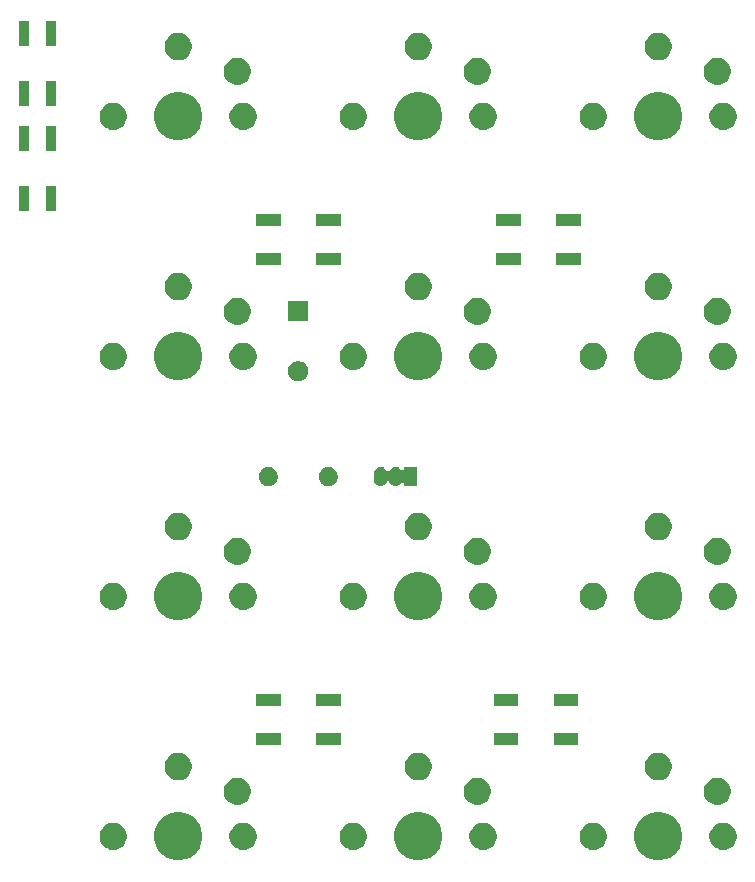
<source format=gts>
G04 #@! TF.GenerationSoftware,KiCad,Pcbnew,(5.1.5)-3*
G04 #@! TF.CreationDate,2020-09-25T18:16:36+09:00*
G04 #@! TF.ProjectId,righthand,72696768-7468-4616-9e64-2e6b69636164,rev?*
G04 #@! TF.SameCoordinates,Original*
G04 #@! TF.FileFunction,Soldermask,Top*
G04 #@! TF.FilePolarity,Negative*
%FSLAX46Y46*%
G04 Gerber Fmt 4.6, Leading zero omitted, Abs format (unit mm)*
G04 Created by KiCad (PCBNEW (5.1.5)-3) date 2020-09-25 18:16:36*
%MOMM*%
%LPD*%
G04 APERTURE LIST*
%ADD10C,0.100000*%
G04 APERTURE END LIST*
D10*
G36*
X182208254Y-95182818D02*
G01*
X182581511Y-95337426D01*
X182581513Y-95337427D01*
X182917436Y-95561884D01*
X183203116Y-95847564D01*
X183427574Y-96183489D01*
X183582182Y-96556746D01*
X183661000Y-96952993D01*
X183661000Y-97357007D01*
X183582182Y-97753254D01*
X183427574Y-98126511D01*
X183427573Y-98126513D01*
X183203116Y-98462436D01*
X182917436Y-98748116D01*
X182581513Y-98972573D01*
X182581512Y-98972574D01*
X182581511Y-98972574D01*
X182208254Y-99127182D01*
X181812007Y-99206000D01*
X181407993Y-99206000D01*
X181011746Y-99127182D01*
X180638489Y-98972574D01*
X180638488Y-98972574D01*
X180638487Y-98972573D01*
X180302564Y-98748116D01*
X180016884Y-98462436D01*
X179792427Y-98126513D01*
X179792426Y-98126511D01*
X179637818Y-97753254D01*
X179559000Y-97357007D01*
X179559000Y-96952993D01*
X179637818Y-96556746D01*
X179792426Y-96183489D01*
X180016884Y-95847564D01*
X180302564Y-95561884D01*
X180638487Y-95337427D01*
X180638489Y-95337426D01*
X181011746Y-95182818D01*
X181407993Y-95104000D01*
X181812007Y-95104000D01*
X182208254Y-95182818D01*
G37*
G36*
X141568254Y-95182818D02*
G01*
X141941511Y-95337426D01*
X141941513Y-95337427D01*
X142277436Y-95561884D01*
X142563116Y-95847564D01*
X142787574Y-96183489D01*
X142942182Y-96556746D01*
X143021000Y-96952993D01*
X143021000Y-97357007D01*
X142942182Y-97753254D01*
X142787574Y-98126511D01*
X142787573Y-98126513D01*
X142563116Y-98462436D01*
X142277436Y-98748116D01*
X141941513Y-98972573D01*
X141941512Y-98972574D01*
X141941511Y-98972574D01*
X141568254Y-99127182D01*
X141172007Y-99206000D01*
X140767993Y-99206000D01*
X140371746Y-99127182D01*
X139998489Y-98972574D01*
X139998488Y-98972574D01*
X139998487Y-98972573D01*
X139662564Y-98748116D01*
X139376884Y-98462436D01*
X139152427Y-98126513D01*
X139152426Y-98126511D01*
X138997818Y-97753254D01*
X138919000Y-97357007D01*
X138919000Y-96952993D01*
X138997818Y-96556746D01*
X139152426Y-96183489D01*
X139376884Y-95847564D01*
X139662564Y-95561884D01*
X139998487Y-95337427D01*
X139998489Y-95337426D01*
X140371746Y-95182818D01*
X140767993Y-95104000D01*
X141172007Y-95104000D01*
X141568254Y-95182818D01*
G37*
G36*
X161888254Y-95182818D02*
G01*
X162261511Y-95337426D01*
X162261513Y-95337427D01*
X162597436Y-95561884D01*
X162883116Y-95847564D01*
X163107574Y-96183489D01*
X163262182Y-96556746D01*
X163341000Y-96952993D01*
X163341000Y-97357007D01*
X163262182Y-97753254D01*
X163107574Y-98126511D01*
X163107573Y-98126513D01*
X162883116Y-98462436D01*
X162597436Y-98748116D01*
X162261513Y-98972573D01*
X162261512Y-98972574D01*
X162261511Y-98972574D01*
X161888254Y-99127182D01*
X161492007Y-99206000D01*
X161087993Y-99206000D01*
X160691746Y-99127182D01*
X160318489Y-98972574D01*
X160318488Y-98972574D01*
X160318487Y-98972573D01*
X159982564Y-98748116D01*
X159696884Y-98462436D01*
X159472427Y-98126513D01*
X159472426Y-98126511D01*
X159317818Y-97753254D01*
X159239000Y-97357007D01*
X159239000Y-96952993D01*
X159317818Y-96556746D01*
X159472426Y-96183489D01*
X159696884Y-95847564D01*
X159982564Y-95561884D01*
X160318487Y-95337427D01*
X160318489Y-95337426D01*
X160691746Y-95182818D01*
X161087993Y-95104000D01*
X161492007Y-95104000D01*
X161888254Y-95182818D01*
G37*
G36*
X156014549Y-96026116D02*
G01*
X156125734Y-96048232D01*
X156335203Y-96134997D01*
X156523720Y-96260960D01*
X156684040Y-96421280D01*
X156810003Y-96609797D01*
X156896768Y-96819266D01*
X156941000Y-97041636D01*
X156941000Y-97268364D01*
X156896768Y-97490734D01*
X156810003Y-97700203D01*
X156684040Y-97888720D01*
X156523720Y-98049040D01*
X156335203Y-98175003D01*
X156125734Y-98261768D01*
X156014549Y-98283884D01*
X155903365Y-98306000D01*
X155676635Y-98306000D01*
X155565451Y-98283884D01*
X155454266Y-98261768D01*
X155244797Y-98175003D01*
X155056280Y-98049040D01*
X154895960Y-97888720D01*
X154769997Y-97700203D01*
X154683232Y-97490734D01*
X154639000Y-97268364D01*
X154639000Y-97041636D01*
X154683232Y-96819266D01*
X154769997Y-96609797D01*
X154895960Y-96421280D01*
X155056280Y-96260960D01*
X155244797Y-96134997D01*
X155454266Y-96048232D01*
X155565451Y-96026116D01*
X155676635Y-96004000D01*
X155903365Y-96004000D01*
X156014549Y-96026116D01*
G37*
G36*
X176334549Y-96026116D02*
G01*
X176445734Y-96048232D01*
X176655203Y-96134997D01*
X176843720Y-96260960D01*
X177004040Y-96421280D01*
X177130003Y-96609797D01*
X177216768Y-96819266D01*
X177261000Y-97041636D01*
X177261000Y-97268364D01*
X177216768Y-97490734D01*
X177130003Y-97700203D01*
X177004040Y-97888720D01*
X176843720Y-98049040D01*
X176655203Y-98175003D01*
X176445734Y-98261768D01*
X176334549Y-98283884D01*
X176223365Y-98306000D01*
X175996635Y-98306000D01*
X175885451Y-98283884D01*
X175774266Y-98261768D01*
X175564797Y-98175003D01*
X175376280Y-98049040D01*
X175215960Y-97888720D01*
X175089997Y-97700203D01*
X175003232Y-97490734D01*
X174959000Y-97268364D01*
X174959000Y-97041636D01*
X175003232Y-96819266D01*
X175089997Y-96609797D01*
X175215960Y-96421280D01*
X175376280Y-96260960D01*
X175564797Y-96134997D01*
X175774266Y-96048232D01*
X175885451Y-96026116D01*
X175996635Y-96004000D01*
X176223365Y-96004000D01*
X176334549Y-96026116D01*
G37*
G36*
X146694549Y-96026116D02*
G01*
X146805734Y-96048232D01*
X147015203Y-96134997D01*
X147203720Y-96260960D01*
X147364040Y-96421280D01*
X147490003Y-96609797D01*
X147576768Y-96819266D01*
X147621000Y-97041636D01*
X147621000Y-97268364D01*
X147576768Y-97490734D01*
X147490003Y-97700203D01*
X147364040Y-97888720D01*
X147203720Y-98049040D01*
X147015203Y-98175003D01*
X146805734Y-98261768D01*
X146694549Y-98283884D01*
X146583365Y-98306000D01*
X146356635Y-98306000D01*
X146245451Y-98283884D01*
X146134266Y-98261768D01*
X145924797Y-98175003D01*
X145736280Y-98049040D01*
X145575960Y-97888720D01*
X145449997Y-97700203D01*
X145363232Y-97490734D01*
X145319000Y-97268364D01*
X145319000Y-97041636D01*
X145363232Y-96819266D01*
X145449997Y-96609797D01*
X145575960Y-96421280D01*
X145736280Y-96260960D01*
X145924797Y-96134997D01*
X146134266Y-96048232D01*
X146245451Y-96026116D01*
X146356635Y-96004000D01*
X146583365Y-96004000D01*
X146694549Y-96026116D01*
G37*
G36*
X135694549Y-96026116D02*
G01*
X135805734Y-96048232D01*
X136015203Y-96134997D01*
X136203720Y-96260960D01*
X136364040Y-96421280D01*
X136490003Y-96609797D01*
X136576768Y-96819266D01*
X136621000Y-97041636D01*
X136621000Y-97268364D01*
X136576768Y-97490734D01*
X136490003Y-97700203D01*
X136364040Y-97888720D01*
X136203720Y-98049040D01*
X136015203Y-98175003D01*
X135805734Y-98261768D01*
X135694549Y-98283884D01*
X135583365Y-98306000D01*
X135356635Y-98306000D01*
X135245451Y-98283884D01*
X135134266Y-98261768D01*
X134924797Y-98175003D01*
X134736280Y-98049040D01*
X134575960Y-97888720D01*
X134449997Y-97700203D01*
X134363232Y-97490734D01*
X134319000Y-97268364D01*
X134319000Y-97041636D01*
X134363232Y-96819266D01*
X134449997Y-96609797D01*
X134575960Y-96421280D01*
X134736280Y-96260960D01*
X134924797Y-96134997D01*
X135134266Y-96048232D01*
X135245451Y-96026116D01*
X135356635Y-96004000D01*
X135583365Y-96004000D01*
X135694549Y-96026116D01*
G37*
G36*
X167014549Y-96026116D02*
G01*
X167125734Y-96048232D01*
X167335203Y-96134997D01*
X167523720Y-96260960D01*
X167684040Y-96421280D01*
X167810003Y-96609797D01*
X167896768Y-96819266D01*
X167941000Y-97041636D01*
X167941000Y-97268364D01*
X167896768Y-97490734D01*
X167810003Y-97700203D01*
X167684040Y-97888720D01*
X167523720Y-98049040D01*
X167335203Y-98175003D01*
X167125734Y-98261768D01*
X167014549Y-98283884D01*
X166903365Y-98306000D01*
X166676635Y-98306000D01*
X166565451Y-98283884D01*
X166454266Y-98261768D01*
X166244797Y-98175003D01*
X166056280Y-98049040D01*
X165895960Y-97888720D01*
X165769997Y-97700203D01*
X165683232Y-97490734D01*
X165639000Y-97268364D01*
X165639000Y-97041636D01*
X165683232Y-96819266D01*
X165769997Y-96609797D01*
X165895960Y-96421280D01*
X166056280Y-96260960D01*
X166244797Y-96134997D01*
X166454266Y-96048232D01*
X166565451Y-96026116D01*
X166676635Y-96004000D01*
X166903365Y-96004000D01*
X167014549Y-96026116D01*
G37*
G36*
X187334549Y-96026116D02*
G01*
X187445734Y-96048232D01*
X187655203Y-96134997D01*
X187843720Y-96260960D01*
X188004040Y-96421280D01*
X188130003Y-96609797D01*
X188216768Y-96819266D01*
X188261000Y-97041636D01*
X188261000Y-97268364D01*
X188216768Y-97490734D01*
X188130003Y-97700203D01*
X188004040Y-97888720D01*
X187843720Y-98049040D01*
X187655203Y-98175003D01*
X187445734Y-98261768D01*
X187334549Y-98283884D01*
X187223365Y-98306000D01*
X186996635Y-98306000D01*
X186885451Y-98283884D01*
X186774266Y-98261768D01*
X186564797Y-98175003D01*
X186376280Y-98049040D01*
X186215960Y-97888720D01*
X186089997Y-97700203D01*
X186003232Y-97490734D01*
X185959000Y-97268364D01*
X185959000Y-97041636D01*
X186003232Y-96819266D01*
X186089997Y-96609797D01*
X186215960Y-96421280D01*
X186376280Y-96260960D01*
X186564797Y-96134997D01*
X186774266Y-96048232D01*
X186885451Y-96026116D01*
X186996635Y-96004000D01*
X187223365Y-96004000D01*
X187334549Y-96026116D01*
G37*
G36*
X186834549Y-92226116D02*
G01*
X186945734Y-92248232D01*
X187155203Y-92334997D01*
X187343720Y-92460960D01*
X187504040Y-92621280D01*
X187630003Y-92809797D01*
X187716768Y-93019266D01*
X187761000Y-93241636D01*
X187761000Y-93468364D01*
X187716768Y-93690734D01*
X187630003Y-93900203D01*
X187504040Y-94088720D01*
X187343720Y-94249040D01*
X187155203Y-94375003D01*
X186945734Y-94461768D01*
X186834549Y-94483884D01*
X186723365Y-94506000D01*
X186496635Y-94506000D01*
X186385451Y-94483884D01*
X186274266Y-94461768D01*
X186064797Y-94375003D01*
X185876280Y-94249040D01*
X185715960Y-94088720D01*
X185589997Y-93900203D01*
X185503232Y-93690734D01*
X185459000Y-93468364D01*
X185459000Y-93241636D01*
X185503232Y-93019266D01*
X185589997Y-92809797D01*
X185715960Y-92621280D01*
X185876280Y-92460960D01*
X186064797Y-92334997D01*
X186274266Y-92248232D01*
X186385451Y-92226116D01*
X186496635Y-92204000D01*
X186723365Y-92204000D01*
X186834549Y-92226116D01*
G37*
G36*
X166514549Y-92226116D02*
G01*
X166625734Y-92248232D01*
X166835203Y-92334997D01*
X167023720Y-92460960D01*
X167184040Y-92621280D01*
X167310003Y-92809797D01*
X167396768Y-93019266D01*
X167441000Y-93241636D01*
X167441000Y-93468364D01*
X167396768Y-93690734D01*
X167310003Y-93900203D01*
X167184040Y-94088720D01*
X167023720Y-94249040D01*
X166835203Y-94375003D01*
X166625734Y-94461768D01*
X166514549Y-94483884D01*
X166403365Y-94506000D01*
X166176635Y-94506000D01*
X166065451Y-94483884D01*
X165954266Y-94461768D01*
X165744797Y-94375003D01*
X165556280Y-94249040D01*
X165395960Y-94088720D01*
X165269997Y-93900203D01*
X165183232Y-93690734D01*
X165139000Y-93468364D01*
X165139000Y-93241636D01*
X165183232Y-93019266D01*
X165269997Y-92809797D01*
X165395960Y-92621280D01*
X165556280Y-92460960D01*
X165744797Y-92334997D01*
X165954266Y-92248232D01*
X166065451Y-92226116D01*
X166176635Y-92204000D01*
X166403365Y-92204000D01*
X166514549Y-92226116D01*
G37*
G36*
X146194549Y-92226116D02*
G01*
X146305734Y-92248232D01*
X146515203Y-92334997D01*
X146703720Y-92460960D01*
X146864040Y-92621280D01*
X146990003Y-92809797D01*
X147076768Y-93019266D01*
X147121000Y-93241636D01*
X147121000Y-93468364D01*
X147076768Y-93690734D01*
X146990003Y-93900203D01*
X146864040Y-94088720D01*
X146703720Y-94249040D01*
X146515203Y-94375003D01*
X146305734Y-94461768D01*
X146194549Y-94483884D01*
X146083365Y-94506000D01*
X145856635Y-94506000D01*
X145745451Y-94483884D01*
X145634266Y-94461768D01*
X145424797Y-94375003D01*
X145236280Y-94249040D01*
X145075960Y-94088720D01*
X144949997Y-93900203D01*
X144863232Y-93690734D01*
X144819000Y-93468364D01*
X144819000Y-93241636D01*
X144863232Y-93019266D01*
X144949997Y-92809797D01*
X145075960Y-92621280D01*
X145236280Y-92460960D01*
X145424797Y-92334997D01*
X145634266Y-92248232D01*
X145745451Y-92226116D01*
X145856635Y-92204000D01*
X146083365Y-92204000D01*
X146194549Y-92226116D01*
G37*
G36*
X181834549Y-90126116D02*
G01*
X181945734Y-90148232D01*
X182155203Y-90234997D01*
X182343720Y-90360960D01*
X182504040Y-90521280D01*
X182630003Y-90709797D01*
X182716768Y-90919266D01*
X182761000Y-91141636D01*
X182761000Y-91368364D01*
X182716768Y-91590734D01*
X182630003Y-91800203D01*
X182504040Y-91988720D01*
X182343720Y-92149040D01*
X182155203Y-92275003D01*
X181945734Y-92361768D01*
X181834549Y-92383884D01*
X181723365Y-92406000D01*
X181496635Y-92406000D01*
X181385451Y-92383884D01*
X181274266Y-92361768D01*
X181064797Y-92275003D01*
X180876280Y-92149040D01*
X180715960Y-91988720D01*
X180589997Y-91800203D01*
X180503232Y-91590734D01*
X180459000Y-91368364D01*
X180459000Y-91141636D01*
X180503232Y-90919266D01*
X180589997Y-90709797D01*
X180715960Y-90521280D01*
X180876280Y-90360960D01*
X181064797Y-90234997D01*
X181274266Y-90148232D01*
X181385451Y-90126116D01*
X181496635Y-90104000D01*
X181723365Y-90104000D01*
X181834549Y-90126116D01*
G37*
G36*
X161514549Y-90126116D02*
G01*
X161625734Y-90148232D01*
X161835203Y-90234997D01*
X162023720Y-90360960D01*
X162184040Y-90521280D01*
X162310003Y-90709797D01*
X162396768Y-90919266D01*
X162441000Y-91141636D01*
X162441000Y-91368364D01*
X162396768Y-91590734D01*
X162310003Y-91800203D01*
X162184040Y-91988720D01*
X162023720Y-92149040D01*
X161835203Y-92275003D01*
X161625734Y-92361768D01*
X161514549Y-92383884D01*
X161403365Y-92406000D01*
X161176635Y-92406000D01*
X161065451Y-92383884D01*
X160954266Y-92361768D01*
X160744797Y-92275003D01*
X160556280Y-92149040D01*
X160395960Y-91988720D01*
X160269997Y-91800203D01*
X160183232Y-91590734D01*
X160139000Y-91368364D01*
X160139000Y-91141636D01*
X160183232Y-90919266D01*
X160269997Y-90709797D01*
X160395960Y-90521280D01*
X160556280Y-90360960D01*
X160744797Y-90234997D01*
X160954266Y-90148232D01*
X161065451Y-90126116D01*
X161176635Y-90104000D01*
X161403365Y-90104000D01*
X161514549Y-90126116D01*
G37*
G36*
X141194549Y-90126116D02*
G01*
X141305734Y-90148232D01*
X141515203Y-90234997D01*
X141703720Y-90360960D01*
X141864040Y-90521280D01*
X141990003Y-90709797D01*
X142076768Y-90919266D01*
X142121000Y-91141636D01*
X142121000Y-91368364D01*
X142076768Y-91590734D01*
X141990003Y-91800203D01*
X141864040Y-91988720D01*
X141703720Y-92149040D01*
X141515203Y-92275003D01*
X141305734Y-92361768D01*
X141194549Y-92383884D01*
X141083365Y-92406000D01*
X140856635Y-92406000D01*
X140745451Y-92383884D01*
X140634266Y-92361768D01*
X140424797Y-92275003D01*
X140236280Y-92149040D01*
X140075960Y-91988720D01*
X139949997Y-91800203D01*
X139863232Y-91590734D01*
X139819000Y-91368364D01*
X139819000Y-91141636D01*
X139863232Y-90919266D01*
X139949997Y-90709797D01*
X140075960Y-90521280D01*
X140236280Y-90360960D01*
X140424797Y-90234997D01*
X140634266Y-90148232D01*
X140745451Y-90126116D01*
X140856635Y-90104000D01*
X141083365Y-90104000D01*
X141194549Y-90126116D01*
G37*
G36*
X149641000Y-89401000D02*
G01*
X147539000Y-89401000D01*
X147539000Y-88399000D01*
X149641000Y-88399000D01*
X149641000Y-89401000D01*
G37*
G36*
X154721000Y-89401000D02*
G01*
X152619000Y-89401000D01*
X152619000Y-88399000D01*
X154721000Y-88399000D01*
X154721000Y-89401000D01*
G37*
G36*
X174856000Y-89401000D02*
G01*
X172754000Y-89401000D01*
X172754000Y-88399000D01*
X174856000Y-88399000D01*
X174856000Y-89401000D01*
G37*
G36*
X169776000Y-89401000D02*
G01*
X167674000Y-89401000D01*
X167674000Y-88399000D01*
X169776000Y-88399000D01*
X169776000Y-89401000D01*
G37*
G36*
X154721000Y-86099000D02*
G01*
X152619000Y-86099000D01*
X152619000Y-85097000D01*
X154721000Y-85097000D01*
X154721000Y-86099000D01*
G37*
G36*
X149641000Y-86099000D02*
G01*
X147539000Y-86099000D01*
X147539000Y-85097000D01*
X149641000Y-85097000D01*
X149641000Y-86099000D01*
G37*
G36*
X174856000Y-86099000D02*
G01*
X172754000Y-86099000D01*
X172754000Y-85097000D01*
X174856000Y-85097000D01*
X174856000Y-86099000D01*
G37*
G36*
X169776000Y-86099000D02*
G01*
X167674000Y-86099000D01*
X167674000Y-85097000D01*
X169776000Y-85097000D01*
X169776000Y-86099000D01*
G37*
G36*
X141568254Y-74862818D02*
G01*
X141941511Y-75017426D01*
X141941513Y-75017427D01*
X142277436Y-75241884D01*
X142563116Y-75527564D01*
X142787574Y-75863489D01*
X142942182Y-76236746D01*
X143021000Y-76632993D01*
X143021000Y-77037007D01*
X142942182Y-77433254D01*
X142787574Y-77806511D01*
X142787573Y-77806513D01*
X142563116Y-78142436D01*
X142277436Y-78428116D01*
X141941513Y-78652573D01*
X141941512Y-78652574D01*
X141941511Y-78652574D01*
X141568254Y-78807182D01*
X141172007Y-78886000D01*
X140767993Y-78886000D01*
X140371746Y-78807182D01*
X139998489Y-78652574D01*
X139998488Y-78652574D01*
X139998487Y-78652573D01*
X139662564Y-78428116D01*
X139376884Y-78142436D01*
X139152427Y-77806513D01*
X139152426Y-77806511D01*
X138997818Y-77433254D01*
X138919000Y-77037007D01*
X138919000Y-76632993D01*
X138997818Y-76236746D01*
X139152426Y-75863489D01*
X139376884Y-75527564D01*
X139662564Y-75241884D01*
X139998487Y-75017427D01*
X139998489Y-75017426D01*
X140371746Y-74862818D01*
X140767993Y-74784000D01*
X141172007Y-74784000D01*
X141568254Y-74862818D01*
G37*
G36*
X161888254Y-74862818D02*
G01*
X162261511Y-75017426D01*
X162261513Y-75017427D01*
X162597436Y-75241884D01*
X162883116Y-75527564D01*
X163107574Y-75863489D01*
X163262182Y-76236746D01*
X163341000Y-76632993D01*
X163341000Y-77037007D01*
X163262182Y-77433254D01*
X163107574Y-77806511D01*
X163107573Y-77806513D01*
X162883116Y-78142436D01*
X162597436Y-78428116D01*
X162261513Y-78652573D01*
X162261512Y-78652574D01*
X162261511Y-78652574D01*
X161888254Y-78807182D01*
X161492007Y-78886000D01*
X161087993Y-78886000D01*
X160691746Y-78807182D01*
X160318489Y-78652574D01*
X160318488Y-78652574D01*
X160318487Y-78652573D01*
X159982564Y-78428116D01*
X159696884Y-78142436D01*
X159472427Y-77806513D01*
X159472426Y-77806511D01*
X159317818Y-77433254D01*
X159239000Y-77037007D01*
X159239000Y-76632993D01*
X159317818Y-76236746D01*
X159472426Y-75863489D01*
X159696884Y-75527564D01*
X159982564Y-75241884D01*
X160318487Y-75017427D01*
X160318489Y-75017426D01*
X160691746Y-74862818D01*
X161087993Y-74784000D01*
X161492007Y-74784000D01*
X161888254Y-74862818D01*
G37*
G36*
X182208254Y-74862818D02*
G01*
X182581511Y-75017426D01*
X182581513Y-75017427D01*
X182917436Y-75241884D01*
X183203116Y-75527564D01*
X183427574Y-75863489D01*
X183582182Y-76236746D01*
X183661000Y-76632993D01*
X183661000Y-77037007D01*
X183582182Y-77433254D01*
X183427574Y-77806511D01*
X183427573Y-77806513D01*
X183203116Y-78142436D01*
X182917436Y-78428116D01*
X182581513Y-78652573D01*
X182581512Y-78652574D01*
X182581511Y-78652574D01*
X182208254Y-78807182D01*
X181812007Y-78886000D01*
X181407993Y-78886000D01*
X181011746Y-78807182D01*
X180638489Y-78652574D01*
X180638488Y-78652574D01*
X180638487Y-78652573D01*
X180302564Y-78428116D01*
X180016884Y-78142436D01*
X179792427Y-77806513D01*
X179792426Y-77806511D01*
X179637818Y-77433254D01*
X179559000Y-77037007D01*
X179559000Y-76632993D01*
X179637818Y-76236746D01*
X179792426Y-75863489D01*
X180016884Y-75527564D01*
X180302564Y-75241884D01*
X180638487Y-75017427D01*
X180638489Y-75017426D01*
X181011746Y-74862818D01*
X181407993Y-74784000D01*
X181812007Y-74784000D01*
X182208254Y-74862818D01*
G37*
G36*
X135694549Y-75706116D02*
G01*
X135805734Y-75728232D01*
X136015203Y-75814997D01*
X136203720Y-75940960D01*
X136364040Y-76101280D01*
X136490003Y-76289797D01*
X136576768Y-76499266D01*
X136621000Y-76721636D01*
X136621000Y-76948364D01*
X136576768Y-77170734D01*
X136490003Y-77380203D01*
X136364040Y-77568720D01*
X136203720Y-77729040D01*
X136015203Y-77855003D01*
X135805734Y-77941768D01*
X135694549Y-77963884D01*
X135583365Y-77986000D01*
X135356635Y-77986000D01*
X135245451Y-77963884D01*
X135134266Y-77941768D01*
X134924797Y-77855003D01*
X134736280Y-77729040D01*
X134575960Y-77568720D01*
X134449997Y-77380203D01*
X134363232Y-77170734D01*
X134319000Y-76948364D01*
X134319000Y-76721636D01*
X134363232Y-76499266D01*
X134449997Y-76289797D01*
X134575960Y-76101280D01*
X134736280Y-75940960D01*
X134924797Y-75814997D01*
X135134266Y-75728232D01*
X135245451Y-75706116D01*
X135356635Y-75684000D01*
X135583365Y-75684000D01*
X135694549Y-75706116D01*
G37*
G36*
X156014549Y-75706116D02*
G01*
X156125734Y-75728232D01*
X156335203Y-75814997D01*
X156523720Y-75940960D01*
X156684040Y-76101280D01*
X156810003Y-76289797D01*
X156896768Y-76499266D01*
X156941000Y-76721636D01*
X156941000Y-76948364D01*
X156896768Y-77170734D01*
X156810003Y-77380203D01*
X156684040Y-77568720D01*
X156523720Y-77729040D01*
X156335203Y-77855003D01*
X156125734Y-77941768D01*
X156014549Y-77963884D01*
X155903365Y-77986000D01*
X155676635Y-77986000D01*
X155565451Y-77963884D01*
X155454266Y-77941768D01*
X155244797Y-77855003D01*
X155056280Y-77729040D01*
X154895960Y-77568720D01*
X154769997Y-77380203D01*
X154683232Y-77170734D01*
X154639000Y-76948364D01*
X154639000Y-76721636D01*
X154683232Y-76499266D01*
X154769997Y-76289797D01*
X154895960Y-76101280D01*
X155056280Y-75940960D01*
X155244797Y-75814997D01*
X155454266Y-75728232D01*
X155565451Y-75706116D01*
X155676635Y-75684000D01*
X155903365Y-75684000D01*
X156014549Y-75706116D01*
G37*
G36*
X146694549Y-75706116D02*
G01*
X146805734Y-75728232D01*
X147015203Y-75814997D01*
X147203720Y-75940960D01*
X147364040Y-76101280D01*
X147490003Y-76289797D01*
X147576768Y-76499266D01*
X147621000Y-76721636D01*
X147621000Y-76948364D01*
X147576768Y-77170734D01*
X147490003Y-77380203D01*
X147364040Y-77568720D01*
X147203720Y-77729040D01*
X147015203Y-77855003D01*
X146805734Y-77941768D01*
X146694549Y-77963884D01*
X146583365Y-77986000D01*
X146356635Y-77986000D01*
X146245451Y-77963884D01*
X146134266Y-77941768D01*
X145924797Y-77855003D01*
X145736280Y-77729040D01*
X145575960Y-77568720D01*
X145449997Y-77380203D01*
X145363232Y-77170734D01*
X145319000Y-76948364D01*
X145319000Y-76721636D01*
X145363232Y-76499266D01*
X145449997Y-76289797D01*
X145575960Y-76101280D01*
X145736280Y-75940960D01*
X145924797Y-75814997D01*
X146134266Y-75728232D01*
X146245451Y-75706116D01*
X146356635Y-75684000D01*
X146583365Y-75684000D01*
X146694549Y-75706116D01*
G37*
G36*
X167014549Y-75706116D02*
G01*
X167125734Y-75728232D01*
X167335203Y-75814997D01*
X167523720Y-75940960D01*
X167684040Y-76101280D01*
X167810003Y-76289797D01*
X167896768Y-76499266D01*
X167941000Y-76721636D01*
X167941000Y-76948364D01*
X167896768Y-77170734D01*
X167810003Y-77380203D01*
X167684040Y-77568720D01*
X167523720Y-77729040D01*
X167335203Y-77855003D01*
X167125734Y-77941768D01*
X167014549Y-77963884D01*
X166903365Y-77986000D01*
X166676635Y-77986000D01*
X166565451Y-77963884D01*
X166454266Y-77941768D01*
X166244797Y-77855003D01*
X166056280Y-77729040D01*
X165895960Y-77568720D01*
X165769997Y-77380203D01*
X165683232Y-77170734D01*
X165639000Y-76948364D01*
X165639000Y-76721636D01*
X165683232Y-76499266D01*
X165769997Y-76289797D01*
X165895960Y-76101280D01*
X166056280Y-75940960D01*
X166244797Y-75814997D01*
X166454266Y-75728232D01*
X166565451Y-75706116D01*
X166676635Y-75684000D01*
X166903365Y-75684000D01*
X167014549Y-75706116D01*
G37*
G36*
X176334549Y-75706116D02*
G01*
X176445734Y-75728232D01*
X176655203Y-75814997D01*
X176843720Y-75940960D01*
X177004040Y-76101280D01*
X177130003Y-76289797D01*
X177216768Y-76499266D01*
X177261000Y-76721636D01*
X177261000Y-76948364D01*
X177216768Y-77170734D01*
X177130003Y-77380203D01*
X177004040Y-77568720D01*
X176843720Y-77729040D01*
X176655203Y-77855003D01*
X176445734Y-77941768D01*
X176334549Y-77963884D01*
X176223365Y-77986000D01*
X175996635Y-77986000D01*
X175885451Y-77963884D01*
X175774266Y-77941768D01*
X175564797Y-77855003D01*
X175376280Y-77729040D01*
X175215960Y-77568720D01*
X175089997Y-77380203D01*
X175003232Y-77170734D01*
X174959000Y-76948364D01*
X174959000Y-76721636D01*
X175003232Y-76499266D01*
X175089997Y-76289797D01*
X175215960Y-76101280D01*
X175376280Y-75940960D01*
X175564797Y-75814997D01*
X175774266Y-75728232D01*
X175885451Y-75706116D01*
X175996635Y-75684000D01*
X176223365Y-75684000D01*
X176334549Y-75706116D01*
G37*
G36*
X187334549Y-75706116D02*
G01*
X187445734Y-75728232D01*
X187655203Y-75814997D01*
X187843720Y-75940960D01*
X188004040Y-76101280D01*
X188130003Y-76289797D01*
X188216768Y-76499266D01*
X188261000Y-76721636D01*
X188261000Y-76948364D01*
X188216768Y-77170734D01*
X188130003Y-77380203D01*
X188004040Y-77568720D01*
X187843720Y-77729040D01*
X187655203Y-77855003D01*
X187445734Y-77941768D01*
X187334549Y-77963884D01*
X187223365Y-77986000D01*
X186996635Y-77986000D01*
X186885451Y-77963884D01*
X186774266Y-77941768D01*
X186564797Y-77855003D01*
X186376280Y-77729040D01*
X186215960Y-77568720D01*
X186089997Y-77380203D01*
X186003232Y-77170734D01*
X185959000Y-76948364D01*
X185959000Y-76721636D01*
X186003232Y-76499266D01*
X186089997Y-76289797D01*
X186215960Y-76101280D01*
X186376280Y-75940960D01*
X186564797Y-75814997D01*
X186774266Y-75728232D01*
X186885451Y-75706116D01*
X186996635Y-75684000D01*
X187223365Y-75684000D01*
X187334549Y-75706116D01*
G37*
G36*
X166514549Y-71906116D02*
G01*
X166625734Y-71928232D01*
X166835203Y-72014997D01*
X167023720Y-72140960D01*
X167184040Y-72301280D01*
X167310003Y-72489797D01*
X167396768Y-72699266D01*
X167441000Y-72921636D01*
X167441000Y-73148364D01*
X167396768Y-73370734D01*
X167310003Y-73580203D01*
X167184040Y-73768720D01*
X167023720Y-73929040D01*
X166835203Y-74055003D01*
X166625734Y-74141768D01*
X166514549Y-74163884D01*
X166403365Y-74186000D01*
X166176635Y-74186000D01*
X166065451Y-74163884D01*
X165954266Y-74141768D01*
X165744797Y-74055003D01*
X165556280Y-73929040D01*
X165395960Y-73768720D01*
X165269997Y-73580203D01*
X165183232Y-73370734D01*
X165139000Y-73148364D01*
X165139000Y-72921636D01*
X165183232Y-72699266D01*
X165269997Y-72489797D01*
X165395960Y-72301280D01*
X165556280Y-72140960D01*
X165744797Y-72014997D01*
X165954266Y-71928232D01*
X166065451Y-71906116D01*
X166176635Y-71884000D01*
X166403365Y-71884000D01*
X166514549Y-71906116D01*
G37*
G36*
X186834549Y-71906116D02*
G01*
X186945734Y-71928232D01*
X187155203Y-72014997D01*
X187343720Y-72140960D01*
X187504040Y-72301280D01*
X187630003Y-72489797D01*
X187716768Y-72699266D01*
X187761000Y-72921636D01*
X187761000Y-73148364D01*
X187716768Y-73370734D01*
X187630003Y-73580203D01*
X187504040Y-73768720D01*
X187343720Y-73929040D01*
X187155203Y-74055003D01*
X186945734Y-74141768D01*
X186834549Y-74163884D01*
X186723365Y-74186000D01*
X186496635Y-74186000D01*
X186385451Y-74163884D01*
X186274266Y-74141768D01*
X186064797Y-74055003D01*
X185876280Y-73929040D01*
X185715960Y-73768720D01*
X185589997Y-73580203D01*
X185503232Y-73370734D01*
X185459000Y-73148364D01*
X185459000Y-72921636D01*
X185503232Y-72699266D01*
X185589997Y-72489797D01*
X185715960Y-72301280D01*
X185876280Y-72140960D01*
X186064797Y-72014997D01*
X186274266Y-71928232D01*
X186385451Y-71906116D01*
X186496635Y-71884000D01*
X186723365Y-71884000D01*
X186834549Y-71906116D01*
G37*
G36*
X146194549Y-71906116D02*
G01*
X146305734Y-71928232D01*
X146515203Y-72014997D01*
X146703720Y-72140960D01*
X146864040Y-72301280D01*
X146990003Y-72489797D01*
X147076768Y-72699266D01*
X147121000Y-72921636D01*
X147121000Y-73148364D01*
X147076768Y-73370734D01*
X146990003Y-73580203D01*
X146864040Y-73768720D01*
X146703720Y-73929040D01*
X146515203Y-74055003D01*
X146305734Y-74141768D01*
X146194549Y-74163884D01*
X146083365Y-74186000D01*
X145856635Y-74186000D01*
X145745451Y-74163884D01*
X145634266Y-74141768D01*
X145424797Y-74055003D01*
X145236280Y-73929040D01*
X145075960Y-73768720D01*
X144949997Y-73580203D01*
X144863232Y-73370734D01*
X144819000Y-73148364D01*
X144819000Y-72921636D01*
X144863232Y-72699266D01*
X144949997Y-72489797D01*
X145075960Y-72301280D01*
X145236280Y-72140960D01*
X145424797Y-72014997D01*
X145634266Y-71928232D01*
X145745451Y-71906116D01*
X145856635Y-71884000D01*
X146083365Y-71884000D01*
X146194549Y-71906116D01*
G37*
G36*
X181834549Y-69806116D02*
G01*
X181945734Y-69828232D01*
X182155203Y-69914997D01*
X182343720Y-70040960D01*
X182504040Y-70201280D01*
X182630003Y-70389797D01*
X182716768Y-70599266D01*
X182761000Y-70821636D01*
X182761000Y-71048364D01*
X182716768Y-71270734D01*
X182630003Y-71480203D01*
X182504040Y-71668720D01*
X182343720Y-71829040D01*
X182155203Y-71955003D01*
X181945734Y-72041768D01*
X181834549Y-72063884D01*
X181723365Y-72086000D01*
X181496635Y-72086000D01*
X181385451Y-72063884D01*
X181274266Y-72041768D01*
X181064797Y-71955003D01*
X180876280Y-71829040D01*
X180715960Y-71668720D01*
X180589997Y-71480203D01*
X180503232Y-71270734D01*
X180459000Y-71048364D01*
X180459000Y-70821636D01*
X180503232Y-70599266D01*
X180589997Y-70389797D01*
X180715960Y-70201280D01*
X180876280Y-70040960D01*
X181064797Y-69914997D01*
X181274266Y-69828232D01*
X181385451Y-69806116D01*
X181496635Y-69784000D01*
X181723365Y-69784000D01*
X181834549Y-69806116D01*
G37*
G36*
X161514549Y-69806116D02*
G01*
X161625734Y-69828232D01*
X161835203Y-69914997D01*
X162023720Y-70040960D01*
X162184040Y-70201280D01*
X162310003Y-70389797D01*
X162396768Y-70599266D01*
X162441000Y-70821636D01*
X162441000Y-71048364D01*
X162396768Y-71270734D01*
X162310003Y-71480203D01*
X162184040Y-71668720D01*
X162023720Y-71829040D01*
X161835203Y-71955003D01*
X161625734Y-72041768D01*
X161514549Y-72063884D01*
X161403365Y-72086000D01*
X161176635Y-72086000D01*
X161065451Y-72063884D01*
X160954266Y-72041768D01*
X160744797Y-71955003D01*
X160556280Y-71829040D01*
X160395960Y-71668720D01*
X160269997Y-71480203D01*
X160183232Y-71270734D01*
X160139000Y-71048364D01*
X160139000Y-70821636D01*
X160183232Y-70599266D01*
X160269997Y-70389797D01*
X160395960Y-70201280D01*
X160556280Y-70040960D01*
X160744797Y-69914997D01*
X160954266Y-69828232D01*
X161065451Y-69806116D01*
X161176635Y-69784000D01*
X161403365Y-69784000D01*
X161514549Y-69806116D01*
G37*
G36*
X141194549Y-69806116D02*
G01*
X141305734Y-69828232D01*
X141515203Y-69914997D01*
X141703720Y-70040960D01*
X141864040Y-70201280D01*
X141990003Y-70389797D01*
X142076768Y-70599266D01*
X142121000Y-70821636D01*
X142121000Y-71048364D01*
X142076768Y-71270734D01*
X141990003Y-71480203D01*
X141864040Y-71668720D01*
X141703720Y-71829040D01*
X141515203Y-71955003D01*
X141305734Y-72041768D01*
X141194549Y-72063884D01*
X141083365Y-72086000D01*
X140856635Y-72086000D01*
X140745451Y-72063884D01*
X140634266Y-72041768D01*
X140424797Y-71955003D01*
X140236280Y-71829040D01*
X140075960Y-71668720D01*
X139949997Y-71480203D01*
X139863232Y-71270734D01*
X139819000Y-71048364D01*
X139819000Y-70821636D01*
X139863232Y-70599266D01*
X139949997Y-70389797D01*
X140075960Y-70201280D01*
X140236280Y-70040960D01*
X140424797Y-69914997D01*
X140634266Y-69828232D01*
X140745451Y-69806116D01*
X140856635Y-69784000D01*
X141083365Y-69784000D01*
X141194549Y-69806116D01*
G37*
G36*
X148827142Y-65933242D02*
G01*
X148975101Y-65994529D01*
X149108255Y-66083499D01*
X149221501Y-66196745D01*
X149310471Y-66329899D01*
X149371758Y-66477858D01*
X149403000Y-66634925D01*
X149403000Y-66795075D01*
X149371758Y-66952142D01*
X149310471Y-67100101D01*
X149221501Y-67233255D01*
X149108255Y-67346501D01*
X148975101Y-67435471D01*
X148827142Y-67496758D01*
X148670075Y-67528000D01*
X148509925Y-67528000D01*
X148352858Y-67496758D01*
X148204899Y-67435471D01*
X148071745Y-67346501D01*
X147958499Y-67233255D01*
X147869529Y-67100101D01*
X147808242Y-66952142D01*
X147777000Y-66795075D01*
X147777000Y-66634925D01*
X147808242Y-66477858D01*
X147869529Y-66329899D01*
X147958499Y-66196745D01*
X148071745Y-66083499D01*
X148204899Y-65994529D01*
X148352858Y-65933242D01*
X148509925Y-65902000D01*
X148670075Y-65902000D01*
X148827142Y-65933242D01*
G37*
G36*
X153907142Y-65933242D02*
G01*
X154055101Y-65994529D01*
X154188255Y-66083499D01*
X154301501Y-66196745D01*
X154390471Y-66329899D01*
X154451758Y-66477858D01*
X154483000Y-66634925D01*
X154483000Y-66795075D01*
X154451758Y-66952142D01*
X154390471Y-67100101D01*
X154301501Y-67233255D01*
X154188255Y-67346501D01*
X154055101Y-67435471D01*
X153907142Y-67496758D01*
X153750075Y-67528000D01*
X153589925Y-67528000D01*
X153432858Y-67496758D01*
X153284899Y-67435471D01*
X153151745Y-67346501D01*
X153038499Y-67233255D01*
X152949529Y-67100101D01*
X152888242Y-66952142D01*
X152857000Y-66795075D01*
X152857000Y-66634925D01*
X152888242Y-66477858D01*
X152949529Y-66329899D01*
X153038499Y-66196745D01*
X153151745Y-66083499D01*
X153284899Y-65994529D01*
X153432858Y-65933242D01*
X153589925Y-65902000D01*
X153750075Y-65902000D01*
X153907142Y-65933242D01*
G37*
G36*
X159497916Y-65882334D02*
G01*
X159606492Y-65915271D01*
X159606495Y-65915272D01*
X159640114Y-65933242D01*
X159706557Y-65968756D01*
X159794264Y-66040736D01*
X159857383Y-66117646D01*
X159874702Y-66134965D01*
X159895077Y-66148579D01*
X159917716Y-66157957D01*
X159941749Y-66162737D01*
X159966253Y-66162737D01*
X159990286Y-66157957D01*
X160012925Y-66148579D01*
X160033299Y-66134966D01*
X160050626Y-66117639D01*
X160064240Y-66097264D01*
X160073618Y-66074625D01*
X160078398Y-66050592D01*
X160079000Y-66038340D01*
X160079000Y-65874000D01*
X161231000Y-65874000D01*
X161231000Y-67476000D01*
X160079000Y-67476000D01*
X160079000Y-67311660D01*
X160076598Y-67287274D01*
X160069485Y-67263825D01*
X160057934Y-67242214D01*
X160042389Y-67223272D01*
X160023447Y-67207727D01*
X160001836Y-67196176D01*
X159978387Y-67189063D01*
X159954001Y-67186661D01*
X159929615Y-67189063D01*
X159906166Y-67196176D01*
X159884555Y-67207727D01*
X159857381Y-67232356D01*
X159794264Y-67309264D01*
X159706556Y-67381244D01*
X159642600Y-67415429D01*
X159606494Y-67434728D01*
X159606491Y-67434729D01*
X159497915Y-67467666D01*
X159385000Y-67478787D01*
X159272084Y-67467666D01*
X159163508Y-67434729D01*
X159163505Y-67434728D01*
X159127399Y-67415429D01*
X159063443Y-67381244D01*
X158975736Y-67309264D01*
X158903756Y-67221556D01*
X158860239Y-67140140D01*
X158846625Y-67119766D01*
X158829298Y-67102439D01*
X158808924Y-67088825D01*
X158786285Y-67079448D01*
X158762251Y-67074668D01*
X158737747Y-67074668D01*
X158713714Y-67079449D01*
X158691075Y-67088826D01*
X158670701Y-67102440D01*
X158653374Y-67119767D01*
X158639762Y-67140140D01*
X158596244Y-67221557D01*
X158524264Y-67309264D01*
X158436556Y-67381244D01*
X158372600Y-67415429D01*
X158336494Y-67434728D01*
X158336491Y-67434729D01*
X158227915Y-67467666D01*
X158115000Y-67478787D01*
X158002084Y-67467666D01*
X157893508Y-67434729D01*
X157893505Y-67434728D01*
X157857399Y-67415429D01*
X157793443Y-67381244D01*
X157705736Y-67309264D01*
X157633756Y-67221556D01*
X157590239Y-67140140D01*
X157580272Y-67121494D01*
X157574492Y-67102440D01*
X157547334Y-67012915D01*
X157539000Y-66928297D01*
X157539000Y-66421702D01*
X157547334Y-66337084D01*
X157580271Y-66228508D01*
X157580272Y-66228505D01*
X157633756Y-66128445D01*
X157633757Y-66128443D01*
X157705737Y-66040736D01*
X157793444Y-65968756D01*
X157859887Y-65933242D01*
X157893506Y-65915272D01*
X157893509Y-65915271D01*
X158002085Y-65882334D01*
X158115000Y-65871213D01*
X158227916Y-65882334D01*
X158336492Y-65915271D01*
X158336495Y-65915272D01*
X158370114Y-65933242D01*
X158436557Y-65968756D01*
X158524264Y-66040736D01*
X158596244Y-66128443D01*
X158639761Y-66209859D01*
X158653375Y-66230234D01*
X158670702Y-66247561D01*
X158691076Y-66261174D01*
X158713715Y-66270552D01*
X158737748Y-66275332D01*
X158762252Y-66275332D01*
X158786285Y-66270552D01*
X158808924Y-66261174D01*
X158829299Y-66247560D01*
X158846626Y-66230233D01*
X158860239Y-66209859D01*
X158903756Y-66128445D01*
X158903757Y-66128443D01*
X158975737Y-66040736D01*
X159063444Y-65968756D01*
X159129887Y-65933242D01*
X159163506Y-65915272D01*
X159163509Y-65915271D01*
X159272085Y-65882334D01*
X159385000Y-65871213D01*
X159497916Y-65882334D01*
G37*
G36*
X151378228Y-56966703D02*
G01*
X151533100Y-57030853D01*
X151672481Y-57123985D01*
X151791015Y-57242519D01*
X151884147Y-57381900D01*
X151948297Y-57536772D01*
X151981000Y-57701184D01*
X151981000Y-57868816D01*
X151948297Y-58033228D01*
X151884147Y-58188100D01*
X151791015Y-58327481D01*
X151672481Y-58446015D01*
X151533100Y-58539147D01*
X151378228Y-58603297D01*
X151213816Y-58636000D01*
X151046184Y-58636000D01*
X150881772Y-58603297D01*
X150726900Y-58539147D01*
X150587519Y-58446015D01*
X150468985Y-58327481D01*
X150375853Y-58188100D01*
X150311703Y-58033228D01*
X150279000Y-57868816D01*
X150279000Y-57701184D01*
X150311703Y-57536772D01*
X150375853Y-57381900D01*
X150468985Y-57242519D01*
X150587519Y-57123985D01*
X150726900Y-57030853D01*
X150881772Y-56966703D01*
X151046184Y-56934000D01*
X151213816Y-56934000D01*
X151378228Y-56966703D01*
G37*
G36*
X141568254Y-54542818D02*
G01*
X141941511Y-54697426D01*
X141941513Y-54697427D01*
X142277436Y-54921884D01*
X142563116Y-55207564D01*
X142787574Y-55543489D01*
X142942182Y-55916746D01*
X143021000Y-56312993D01*
X143021000Y-56717007D01*
X142942182Y-57113254D01*
X142787574Y-57486511D01*
X142787573Y-57486513D01*
X142563116Y-57822436D01*
X142277436Y-58108116D01*
X141941513Y-58332573D01*
X141941512Y-58332574D01*
X141941511Y-58332574D01*
X141568254Y-58487182D01*
X141172007Y-58566000D01*
X140767993Y-58566000D01*
X140371746Y-58487182D01*
X139998489Y-58332574D01*
X139998488Y-58332574D01*
X139998487Y-58332573D01*
X139662564Y-58108116D01*
X139376884Y-57822436D01*
X139152427Y-57486513D01*
X139152426Y-57486511D01*
X138997818Y-57113254D01*
X138919000Y-56717007D01*
X138919000Y-56312993D01*
X138997818Y-55916746D01*
X139152426Y-55543489D01*
X139376884Y-55207564D01*
X139662564Y-54921884D01*
X139998487Y-54697427D01*
X139998489Y-54697426D01*
X140371746Y-54542818D01*
X140767993Y-54464000D01*
X141172007Y-54464000D01*
X141568254Y-54542818D01*
G37*
G36*
X182208254Y-54542818D02*
G01*
X182581511Y-54697426D01*
X182581513Y-54697427D01*
X182917436Y-54921884D01*
X183203116Y-55207564D01*
X183427574Y-55543489D01*
X183582182Y-55916746D01*
X183661000Y-56312993D01*
X183661000Y-56717007D01*
X183582182Y-57113254D01*
X183427574Y-57486511D01*
X183427573Y-57486513D01*
X183203116Y-57822436D01*
X182917436Y-58108116D01*
X182581513Y-58332573D01*
X182581512Y-58332574D01*
X182581511Y-58332574D01*
X182208254Y-58487182D01*
X181812007Y-58566000D01*
X181407993Y-58566000D01*
X181011746Y-58487182D01*
X180638489Y-58332574D01*
X180638488Y-58332574D01*
X180638487Y-58332573D01*
X180302564Y-58108116D01*
X180016884Y-57822436D01*
X179792427Y-57486513D01*
X179792426Y-57486511D01*
X179637818Y-57113254D01*
X179559000Y-56717007D01*
X179559000Y-56312993D01*
X179637818Y-55916746D01*
X179792426Y-55543489D01*
X180016884Y-55207564D01*
X180302564Y-54921884D01*
X180638487Y-54697427D01*
X180638489Y-54697426D01*
X181011746Y-54542818D01*
X181407993Y-54464000D01*
X181812007Y-54464000D01*
X182208254Y-54542818D01*
G37*
G36*
X161888254Y-54542818D02*
G01*
X162261511Y-54697426D01*
X162261513Y-54697427D01*
X162597436Y-54921884D01*
X162883116Y-55207564D01*
X163107574Y-55543489D01*
X163262182Y-55916746D01*
X163341000Y-56312993D01*
X163341000Y-56717007D01*
X163262182Y-57113254D01*
X163107574Y-57486511D01*
X163107573Y-57486513D01*
X162883116Y-57822436D01*
X162597436Y-58108116D01*
X162261513Y-58332573D01*
X162261512Y-58332574D01*
X162261511Y-58332574D01*
X161888254Y-58487182D01*
X161492007Y-58566000D01*
X161087993Y-58566000D01*
X160691746Y-58487182D01*
X160318489Y-58332574D01*
X160318488Y-58332574D01*
X160318487Y-58332573D01*
X159982564Y-58108116D01*
X159696884Y-57822436D01*
X159472427Y-57486513D01*
X159472426Y-57486511D01*
X159317818Y-57113254D01*
X159239000Y-56717007D01*
X159239000Y-56312993D01*
X159317818Y-55916746D01*
X159472426Y-55543489D01*
X159696884Y-55207564D01*
X159982564Y-54921884D01*
X160318487Y-54697427D01*
X160318489Y-54697426D01*
X160691746Y-54542818D01*
X161087993Y-54464000D01*
X161492007Y-54464000D01*
X161888254Y-54542818D01*
G37*
G36*
X187334549Y-55386116D02*
G01*
X187445734Y-55408232D01*
X187655203Y-55494997D01*
X187843720Y-55620960D01*
X188004040Y-55781280D01*
X188130003Y-55969797D01*
X188216768Y-56179266D01*
X188261000Y-56401636D01*
X188261000Y-56628364D01*
X188216768Y-56850734D01*
X188130003Y-57060203D01*
X188004040Y-57248720D01*
X187843720Y-57409040D01*
X187655203Y-57535003D01*
X187655202Y-57535004D01*
X187655201Y-57535004D01*
X187593850Y-57560416D01*
X187445734Y-57621768D01*
X187334549Y-57643884D01*
X187223365Y-57666000D01*
X186996635Y-57666000D01*
X186885451Y-57643884D01*
X186774266Y-57621768D01*
X186626150Y-57560416D01*
X186564799Y-57535004D01*
X186564798Y-57535004D01*
X186564797Y-57535003D01*
X186376280Y-57409040D01*
X186215960Y-57248720D01*
X186089997Y-57060203D01*
X186003232Y-56850734D01*
X185959000Y-56628364D01*
X185959000Y-56401636D01*
X186003232Y-56179266D01*
X186089997Y-55969797D01*
X186215960Y-55781280D01*
X186376280Y-55620960D01*
X186564797Y-55494997D01*
X186774266Y-55408232D01*
X186885451Y-55386116D01*
X186996635Y-55364000D01*
X187223365Y-55364000D01*
X187334549Y-55386116D01*
G37*
G36*
X176334549Y-55386116D02*
G01*
X176445734Y-55408232D01*
X176655203Y-55494997D01*
X176843720Y-55620960D01*
X177004040Y-55781280D01*
X177130003Y-55969797D01*
X177216768Y-56179266D01*
X177261000Y-56401636D01*
X177261000Y-56628364D01*
X177216768Y-56850734D01*
X177130003Y-57060203D01*
X177004040Y-57248720D01*
X176843720Y-57409040D01*
X176655203Y-57535003D01*
X176655202Y-57535004D01*
X176655201Y-57535004D01*
X176593850Y-57560416D01*
X176445734Y-57621768D01*
X176334549Y-57643884D01*
X176223365Y-57666000D01*
X175996635Y-57666000D01*
X175885451Y-57643884D01*
X175774266Y-57621768D01*
X175626150Y-57560416D01*
X175564799Y-57535004D01*
X175564798Y-57535004D01*
X175564797Y-57535003D01*
X175376280Y-57409040D01*
X175215960Y-57248720D01*
X175089997Y-57060203D01*
X175003232Y-56850734D01*
X174959000Y-56628364D01*
X174959000Y-56401636D01*
X175003232Y-56179266D01*
X175089997Y-55969797D01*
X175215960Y-55781280D01*
X175376280Y-55620960D01*
X175564797Y-55494997D01*
X175774266Y-55408232D01*
X175885451Y-55386116D01*
X175996635Y-55364000D01*
X176223365Y-55364000D01*
X176334549Y-55386116D01*
G37*
G36*
X146694549Y-55386116D02*
G01*
X146805734Y-55408232D01*
X147015203Y-55494997D01*
X147203720Y-55620960D01*
X147364040Y-55781280D01*
X147490003Y-55969797D01*
X147576768Y-56179266D01*
X147621000Y-56401636D01*
X147621000Y-56628364D01*
X147576768Y-56850734D01*
X147490003Y-57060203D01*
X147364040Y-57248720D01*
X147203720Y-57409040D01*
X147015203Y-57535003D01*
X147015202Y-57535004D01*
X147015201Y-57535004D01*
X146953850Y-57560416D01*
X146805734Y-57621768D01*
X146694549Y-57643884D01*
X146583365Y-57666000D01*
X146356635Y-57666000D01*
X146245451Y-57643884D01*
X146134266Y-57621768D01*
X145986150Y-57560416D01*
X145924799Y-57535004D01*
X145924798Y-57535004D01*
X145924797Y-57535003D01*
X145736280Y-57409040D01*
X145575960Y-57248720D01*
X145449997Y-57060203D01*
X145363232Y-56850734D01*
X145319000Y-56628364D01*
X145319000Y-56401636D01*
X145363232Y-56179266D01*
X145449997Y-55969797D01*
X145575960Y-55781280D01*
X145736280Y-55620960D01*
X145924797Y-55494997D01*
X146134266Y-55408232D01*
X146245451Y-55386116D01*
X146356635Y-55364000D01*
X146583365Y-55364000D01*
X146694549Y-55386116D01*
G37*
G36*
X167014549Y-55386116D02*
G01*
X167125734Y-55408232D01*
X167335203Y-55494997D01*
X167523720Y-55620960D01*
X167684040Y-55781280D01*
X167810003Y-55969797D01*
X167896768Y-56179266D01*
X167941000Y-56401636D01*
X167941000Y-56628364D01*
X167896768Y-56850734D01*
X167810003Y-57060203D01*
X167684040Y-57248720D01*
X167523720Y-57409040D01*
X167335203Y-57535003D01*
X167335202Y-57535004D01*
X167335201Y-57535004D01*
X167273850Y-57560416D01*
X167125734Y-57621768D01*
X167014549Y-57643884D01*
X166903365Y-57666000D01*
X166676635Y-57666000D01*
X166565451Y-57643884D01*
X166454266Y-57621768D01*
X166306150Y-57560416D01*
X166244799Y-57535004D01*
X166244798Y-57535004D01*
X166244797Y-57535003D01*
X166056280Y-57409040D01*
X165895960Y-57248720D01*
X165769997Y-57060203D01*
X165683232Y-56850734D01*
X165639000Y-56628364D01*
X165639000Y-56401636D01*
X165683232Y-56179266D01*
X165769997Y-55969797D01*
X165895960Y-55781280D01*
X166056280Y-55620960D01*
X166244797Y-55494997D01*
X166454266Y-55408232D01*
X166565451Y-55386116D01*
X166676635Y-55364000D01*
X166903365Y-55364000D01*
X167014549Y-55386116D01*
G37*
G36*
X156014549Y-55386116D02*
G01*
X156125734Y-55408232D01*
X156335203Y-55494997D01*
X156523720Y-55620960D01*
X156684040Y-55781280D01*
X156810003Y-55969797D01*
X156896768Y-56179266D01*
X156941000Y-56401636D01*
X156941000Y-56628364D01*
X156896768Y-56850734D01*
X156810003Y-57060203D01*
X156684040Y-57248720D01*
X156523720Y-57409040D01*
X156335203Y-57535003D01*
X156335202Y-57535004D01*
X156335201Y-57535004D01*
X156273850Y-57560416D01*
X156125734Y-57621768D01*
X156014549Y-57643884D01*
X155903365Y-57666000D01*
X155676635Y-57666000D01*
X155565451Y-57643884D01*
X155454266Y-57621768D01*
X155306150Y-57560416D01*
X155244799Y-57535004D01*
X155244798Y-57535004D01*
X155244797Y-57535003D01*
X155056280Y-57409040D01*
X154895960Y-57248720D01*
X154769997Y-57060203D01*
X154683232Y-56850734D01*
X154639000Y-56628364D01*
X154639000Y-56401636D01*
X154683232Y-56179266D01*
X154769997Y-55969797D01*
X154895960Y-55781280D01*
X155056280Y-55620960D01*
X155244797Y-55494997D01*
X155454266Y-55408232D01*
X155565451Y-55386116D01*
X155676635Y-55364000D01*
X155903365Y-55364000D01*
X156014549Y-55386116D01*
G37*
G36*
X135694549Y-55386116D02*
G01*
X135805734Y-55408232D01*
X136015203Y-55494997D01*
X136203720Y-55620960D01*
X136364040Y-55781280D01*
X136490003Y-55969797D01*
X136576768Y-56179266D01*
X136621000Y-56401636D01*
X136621000Y-56628364D01*
X136576768Y-56850734D01*
X136490003Y-57060203D01*
X136364040Y-57248720D01*
X136203720Y-57409040D01*
X136015203Y-57535003D01*
X136015202Y-57535004D01*
X136015201Y-57535004D01*
X135953850Y-57560416D01*
X135805734Y-57621768D01*
X135694549Y-57643884D01*
X135583365Y-57666000D01*
X135356635Y-57666000D01*
X135245451Y-57643884D01*
X135134266Y-57621768D01*
X134986150Y-57560416D01*
X134924799Y-57535004D01*
X134924798Y-57535004D01*
X134924797Y-57535003D01*
X134736280Y-57409040D01*
X134575960Y-57248720D01*
X134449997Y-57060203D01*
X134363232Y-56850734D01*
X134319000Y-56628364D01*
X134319000Y-56401636D01*
X134363232Y-56179266D01*
X134449997Y-55969797D01*
X134575960Y-55781280D01*
X134736280Y-55620960D01*
X134924797Y-55494997D01*
X135134266Y-55408232D01*
X135245451Y-55386116D01*
X135356635Y-55364000D01*
X135583365Y-55364000D01*
X135694549Y-55386116D01*
G37*
G36*
X166514549Y-51586116D02*
G01*
X166625734Y-51608232D01*
X166835203Y-51694997D01*
X167023720Y-51820960D01*
X167184040Y-51981280D01*
X167310003Y-52169797D01*
X167396768Y-52379266D01*
X167441000Y-52601636D01*
X167441000Y-52828364D01*
X167396768Y-53050734D01*
X167310003Y-53260203D01*
X167184040Y-53448720D01*
X167023720Y-53609040D01*
X166835203Y-53735003D01*
X166625734Y-53821768D01*
X166514549Y-53843884D01*
X166403365Y-53866000D01*
X166176635Y-53866000D01*
X166065451Y-53843884D01*
X165954266Y-53821768D01*
X165744797Y-53735003D01*
X165556280Y-53609040D01*
X165395960Y-53448720D01*
X165269997Y-53260203D01*
X165183232Y-53050734D01*
X165139000Y-52828364D01*
X165139000Y-52601636D01*
X165183232Y-52379266D01*
X165269997Y-52169797D01*
X165395960Y-51981280D01*
X165556280Y-51820960D01*
X165744797Y-51694997D01*
X165954266Y-51608232D01*
X166065451Y-51586116D01*
X166176635Y-51564000D01*
X166403365Y-51564000D01*
X166514549Y-51586116D01*
G37*
G36*
X146194549Y-51586116D02*
G01*
X146305734Y-51608232D01*
X146515203Y-51694997D01*
X146703720Y-51820960D01*
X146864040Y-51981280D01*
X146990003Y-52169797D01*
X147076768Y-52379266D01*
X147121000Y-52601636D01*
X147121000Y-52828364D01*
X147076768Y-53050734D01*
X146990003Y-53260203D01*
X146864040Y-53448720D01*
X146703720Y-53609040D01*
X146515203Y-53735003D01*
X146305734Y-53821768D01*
X146194549Y-53843884D01*
X146083365Y-53866000D01*
X145856635Y-53866000D01*
X145745451Y-53843884D01*
X145634266Y-53821768D01*
X145424797Y-53735003D01*
X145236280Y-53609040D01*
X145075960Y-53448720D01*
X144949997Y-53260203D01*
X144863232Y-53050734D01*
X144819000Y-52828364D01*
X144819000Y-52601636D01*
X144863232Y-52379266D01*
X144949997Y-52169797D01*
X145075960Y-51981280D01*
X145236280Y-51820960D01*
X145424797Y-51694997D01*
X145634266Y-51608232D01*
X145745451Y-51586116D01*
X145856635Y-51564000D01*
X146083365Y-51564000D01*
X146194549Y-51586116D01*
G37*
G36*
X186834549Y-51586116D02*
G01*
X186945734Y-51608232D01*
X187155203Y-51694997D01*
X187343720Y-51820960D01*
X187504040Y-51981280D01*
X187630003Y-52169797D01*
X187716768Y-52379266D01*
X187761000Y-52601636D01*
X187761000Y-52828364D01*
X187716768Y-53050734D01*
X187630003Y-53260203D01*
X187504040Y-53448720D01*
X187343720Y-53609040D01*
X187155203Y-53735003D01*
X186945734Y-53821768D01*
X186834549Y-53843884D01*
X186723365Y-53866000D01*
X186496635Y-53866000D01*
X186385451Y-53843884D01*
X186274266Y-53821768D01*
X186064797Y-53735003D01*
X185876280Y-53609040D01*
X185715960Y-53448720D01*
X185589997Y-53260203D01*
X185503232Y-53050734D01*
X185459000Y-52828364D01*
X185459000Y-52601636D01*
X185503232Y-52379266D01*
X185589997Y-52169797D01*
X185715960Y-51981280D01*
X185876280Y-51820960D01*
X186064797Y-51694997D01*
X186274266Y-51608232D01*
X186385451Y-51586116D01*
X186496635Y-51564000D01*
X186723365Y-51564000D01*
X186834549Y-51586116D01*
G37*
G36*
X151981000Y-53556000D02*
G01*
X150279000Y-53556000D01*
X150279000Y-51854000D01*
X151981000Y-51854000D01*
X151981000Y-53556000D01*
G37*
G36*
X141194549Y-49486116D02*
G01*
X141305734Y-49508232D01*
X141515203Y-49594997D01*
X141703720Y-49720960D01*
X141864040Y-49881280D01*
X141990003Y-50069797D01*
X142076768Y-50279266D01*
X142121000Y-50501636D01*
X142121000Y-50728364D01*
X142076768Y-50950734D01*
X141990003Y-51160203D01*
X141864040Y-51348720D01*
X141703720Y-51509040D01*
X141515203Y-51635003D01*
X141305734Y-51721768D01*
X141194549Y-51743884D01*
X141083365Y-51766000D01*
X140856635Y-51766000D01*
X140745451Y-51743884D01*
X140634266Y-51721768D01*
X140424797Y-51635003D01*
X140236280Y-51509040D01*
X140075960Y-51348720D01*
X139949997Y-51160203D01*
X139863232Y-50950734D01*
X139819000Y-50728364D01*
X139819000Y-50501636D01*
X139863232Y-50279266D01*
X139949997Y-50069797D01*
X140075960Y-49881280D01*
X140236280Y-49720960D01*
X140424797Y-49594997D01*
X140634266Y-49508232D01*
X140745451Y-49486116D01*
X140856635Y-49464000D01*
X141083365Y-49464000D01*
X141194549Y-49486116D01*
G37*
G36*
X161514549Y-49486116D02*
G01*
X161625734Y-49508232D01*
X161835203Y-49594997D01*
X162023720Y-49720960D01*
X162184040Y-49881280D01*
X162310003Y-50069797D01*
X162396768Y-50279266D01*
X162441000Y-50501636D01*
X162441000Y-50728364D01*
X162396768Y-50950734D01*
X162310003Y-51160203D01*
X162184040Y-51348720D01*
X162023720Y-51509040D01*
X161835203Y-51635003D01*
X161625734Y-51721768D01*
X161514549Y-51743884D01*
X161403365Y-51766000D01*
X161176635Y-51766000D01*
X161065451Y-51743884D01*
X160954266Y-51721768D01*
X160744797Y-51635003D01*
X160556280Y-51509040D01*
X160395960Y-51348720D01*
X160269997Y-51160203D01*
X160183232Y-50950734D01*
X160139000Y-50728364D01*
X160139000Y-50501636D01*
X160183232Y-50279266D01*
X160269997Y-50069797D01*
X160395960Y-49881280D01*
X160556280Y-49720960D01*
X160744797Y-49594997D01*
X160954266Y-49508232D01*
X161065451Y-49486116D01*
X161176635Y-49464000D01*
X161403365Y-49464000D01*
X161514549Y-49486116D01*
G37*
G36*
X181834549Y-49486116D02*
G01*
X181945734Y-49508232D01*
X182155203Y-49594997D01*
X182343720Y-49720960D01*
X182504040Y-49881280D01*
X182630003Y-50069797D01*
X182716768Y-50279266D01*
X182761000Y-50501636D01*
X182761000Y-50728364D01*
X182716768Y-50950734D01*
X182630003Y-51160203D01*
X182504040Y-51348720D01*
X182343720Y-51509040D01*
X182155203Y-51635003D01*
X181945734Y-51721768D01*
X181834549Y-51743884D01*
X181723365Y-51766000D01*
X181496635Y-51766000D01*
X181385451Y-51743884D01*
X181274266Y-51721768D01*
X181064797Y-51635003D01*
X180876280Y-51509040D01*
X180715960Y-51348720D01*
X180589997Y-51160203D01*
X180503232Y-50950734D01*
X180459000Y-50728364D01*
X180459000Y-50501636D01*
X180503232Y-50279266D01*
X180589997Y-50069797D01*
X180715960Y-49881280D01*
X180876280Y-49720960D01*
X181064797Y-49594997D01*
X181274266Y-49508232D01*
X181385451Y-49486116D01*
X181496635Y-49464000D01*
X181723365Y-49464000D01*
X181834549Y-49486116D01*
G37*
G36*
X175041000Y-48761000D02*
G01*
X172939000Y-48761000D01*
X172939000Y-47759000D01*
X175041000Y-47759000D01*
X175041000Y-48761000D01*
G37*
G36*
X169961000Y-48761000D02*
G01*
X167859000Y-48761000D01*
X167859000Y-47759000D01*
X169961000Y-47759000D01*
X169961000Y-48761000D01*
G37*
G36*
X154721000Y-48761000D02*
G01*
X152619000Y-48761000D01*
X152619000Y-47759000D01*
X154721000Y-47759000D01*
X154721000Y-48761000D01*
G37*
G36*
X149641000Y-48761000D02*
G01*
X147539000Y-48761000D01*
X147539000Y-47759000D01*
X149641000Y-47759000D01*
X149641000Y-48761000D01*
G37*
G36*
X149641000Y-45459000D02*
G01*
X147539000Y-45459000D01*
X147539000Y-44457000D01*
X149641000Y-44457000D01*
X149641000Y-45459000D01*
G37*
G36*
X175041000Y-45459000D02*
G01*
X172939000Y-45459000D01*
X172939000Y-44457000D01*
X175041000Y-44457000D01*
X175041000Y-45459000D01*
G37*
G36*
X169961000Y-45459000D02*
G01*
X167859000Y-45459000D01*
X167859000Y-44457000D01*
X169961000Y-44457000D01*
X169961000Y-45459000D01*
G37*
G36*
X154721000Y-45459000D02*
G01*
X152619000Y-45459000D01*
X152619000Y-44457000D01*
X154721000Y-44457000D01*
X154721000Y-45459000D01*
G37*
G36*
X128315000Y-44231000D02*
G01*
X127463000Y-44231000D01*
X127463000Y-42129000D01*
X128315000Y-42129000D01*
X128315000Y-44231000D01*
G37*
G36*
X130601000Y-44231000D02*
G01*
X129749000Y-44231000D01*
X129749000Y-42129000D01*
X130601000Y-42129000D01*
X130601000Y-44231000D01*
G37*
G36*
X130601000Y-39151000D02*
G01*
X129749000Y-39151000D01*
X129749000Y-37049000D01*
X130601000Y-37049000D01*
X130601000Y-39151000D01*
G37*
G36*
X128315000Y-39151000D02*
G01*
X127463000Y-39151000D01*
X127463000Y-37049000D01*
X128315000Y-37049000D01*
X128315000Y-39151000D01*
G37*
G36*
X161888254Y-34222818D02*
G01*
X162261511Y-34377426D01*
X162261513Y-34377427D01*
X162597436Y-34601884D01*
X162883116Y-34887564D01*
X163107574Y-35223489D01*
X163262182Y-35596746D01*
X163341000Y-35992993D01*
X163341000Y-36397007D01*
X163262182Y-36793254D01*
X163107574Y-37166511D01*
X163107573Y-37166513D01*
X162883116Y-37502436D01*
X162597436Y-37788116D01*
X162261513Y-38012573D01*
X162261512Y-38012574D01*
X162261511Y-38012574D01*
X161888254Y-38167182D01*
X161492007Y-38246000D01*
X161087993Y-38246000D01*
X160691746Y-38167182D01*
X160318489Y-38012574D01*
X160318488Y-38012574D01*
X160318487Y-38012573D01*
X159982564Y-37788116D01*
X159696884Y-37502436D01*
X159472427Y-37166513D01*
X159472426Y-37166511D01*
X159317818Y-36793254D01*
X159239000Y-36397007D01*
X159239000Y-35992993D01*
X159317818Y-35596746D01*
X159472426Y-35223489D01*
X159696884Y-34887564D01*
X159982564Y-34601884D01*
X160318487Y-34377427D01*
X160318489Y-34377426D01*
X160691746Y-34222818D01*
X161087993Y-34144000D01*
X161492007Y-34144000D01*
X161888254Y-34222818D01*
G37*
G36*
X141568254Y-34222818D02*
G01*
X141941511Y-34377426D01*
X141941513Y-34377427D01*
X142277436Y-34601884D01*
X142563116Y-34887564D01*
X142787574Y-35223489D01*
X142942182Y-35596746D01*
X143021000Y-35992993D01*
X143021000Y-36397007D01*
X142942182Y-36793254D01*
X142787574Y-37166511D01*
X142787573Y-37166513D01*
X142563116Y-37502436D01*
X142277436Y-37788116D01*
X141941513Y-38012573D01*
X141941512Y-38012574D01*
X141941511Y-38012574D01*
X141568254Y-38167182D01*
X141172007Y-38246000D01*
X140767993Y-38246000D01*
X140371746Y-38167182D01*
X139998489Y-38012574D01*
X139998488Y-38012574D01*
X139998487Y-38012573D01*
X139662564Y-37788116D01*
X139376884Y-37502436D01*
X139152427Y-37166513D01*
X139152426Y-37166511D01*
X138997818Y-36793254D01*
X138919000Y-36397007D01*
X138919000Y-35992993D01*
X138997818Y-35596746D01*
X139152426Y-35223489D01*
X139376884Y-34887564D01*
X139662564Y-34601884D01*
X139998487Y-34377427D01*
X139998489Y-34377426D01*
X140371746Y-34222818D01*
X140767993Y-34144000D01*
X141172007Y-34144000D01*
X141568254Y-34222818D01*
G37*
G36*
X182208254Y-34222818D02*
G01*
X182581511Y-34377426D01*
X182581513Y-34377427D01*
X182917436Y-34601884D01*
X183203116Y-34887564D01*
X183427574Y-35223489D01*
X183582182Y-35596746D01*
X183661000Y-35992993D01*
X183661000Y-36397007D01*
X183582182Y-36793254D01*
X183427574Y-37166511D01*
X183427573Y-37166513D01*
X183203116Y-37502436D01*
X182917436Y-37788116D01*
X182581513Y-38012573D01*
X182581512Y-38012574D01*
X182581511Y-38012574D01*
X182208254Y-38167182D01*
X181812007Y-38246000D01*
X181407993Y-38246000D01*
X181011746Y-38167182D01*
X180638489Y-38012574D01*
X180638488Y-38012574D01*
X180638487Y-38012573D01*
X180302564Y-37788116D01*
X180016884Y-37502436D01*
X179792427Y-37166513D01*
X179792426Y-37166511D01*
X179637818Y-36793254D01*
X179559000Y-36397007D01*
X179559000Y-35992993D01*
X179637818Y-35596746D01*
X179792426Y-35223489D01*
X180016884Y-34887564D01*
X180302564Y-34601884D01*
X180638487Y-34377427D01*
X180638489Y-34377426D01*
X181011746Y-34222818D01*
X181407993Y-34144000D01*
X181812007Y-34144000D01*
X182208254Y-34222818D01*
G37*
G36*
X156014549Y-35066116D02*
G01*
X156125734Y-35088232D01*
X156335203Y-35174997D01*
X156523720Y-35300960D01*
X156684040Y-35461280D01*
X156810003Y-35649797D01*
X156896768Y-35859266D01*
X156941000Y-36081636D01*
X156941000Y-36308364D01*
X156896768Y-36530734D01*
X156810003Y-36740203D01*
X156684040Y-36928720D01*
X156523720Y-37089040D01*
X156335203Y-37215003D01*
X156125734Y-37301768D01*
X156014549Y-37323884D01*
X155903365Y-37346000D01*
X155676635Y-37346000D01*
X155565451Y-37323884D01*
X155454266Y-37301768D01*
X155244797Y-37215003D01*
X155056280Y-37089040D01*
X154895960Y-36928720D01*
X154769997Y-36740203D01*
X154683232Y-36530734D01*
X154639000Y-36308364D01*
X154639000Y-36081636D01*
X154683232Y-35859266D01*
X154769997Y-35649797D01*
X154895960Y-35461280D01*
X155056280Y-35300960D01*
X155244797Y-35174997D01*
X155454266Y-35088232D01*
X155565451Y-35066116D01*
X155676635Y-35044000D01*
X155903365Y-35044000D01*
X156014549Y-35066116D01*
G37*
G36*
X167014549Y-35066116D02*
G01*
X167125734Y-35088232D01*
X167335203Y-35174997D01*
X167523720Y-35300960D01*
X167684040Y-35461280D01*
X167810003Y-35649797D01*
X167896768Y-35859266D01*
X167941000Y-36081636D01*
X167941000Y-36308364D01*
X167896768Y-36530734D01*
X167810003Y-36740203D01*
X167684040Y-36928720D01*
X167523720Y-37089040D01*
X167335203Y-37215003D01*
X167125734Y-37301768D01*
X167014549Y-37323884D01*
X166903365Y-37346000D01*
X166676635Y-37346000D01*
X166565451Y-37323884D01*
X166454266Y-37301768D01*
X166244797Y-37215003D01*
X166056280Y-37089040D01*
X165895960Y-36928720D01*
X165769997Y-36740203D01*
X165683232Y-36530734D01*
X165639000Y-36308364D01*
X165639000Y-36081636D01*
X165683232Y-35859266D01*
X165769997Y-35649797D01*
X165895960Y-35461280D01*
X166056280Y-35300960D01*
X166244797Y-35174997D01*
X166454266Y-35088232D01*
X166565451Y-35066116D01*
X166676635Y-35044000D01*
X166903365Y-35044000D01*
X167014549Y-35066116D01*
G37*
G36*
X187334549Y-35066116D02*
G01*
X187445734Y-35088232D01*
X187655203Y-35174997D01*
X187843720Y-35300960D01*
X188004040Y-35461280D01*
X188130003Y-35649797D01*
X188216768Y-35859266D01*
X188261000Y-36081636D01*
X188261000Y-36308364D01*
X188216768Y-36530734D01*
X188130003Y-36740203D01*
X188004040Y-36928720D01*
X187843720Y-37089040D01*
X187655203Y-37215003D01*
X187445734Y-37301768D01*
X187334549Y-37323884D01*
X187223365Y-37346000D01*
X186996635Y-37346000D01*
X186885451Y-37323884D01*
X186774266Y-37301768D01*
X186564797Y-37215003D01*
X186376280Y-37089040D01*
X186215960Y-36928720D01*
X186089997Y-36740203D01*
X186003232Y-36530734D01*
X185959000Y-36308364D01*
X185959000Y-36081636D01*
X186003232Y-35859266D01*
X186089997Y-35649797D01*
X186215960Y-35461280D01*
X186376280Y-35300960D01*
X186564797Y-35174997D01*
X186774266Y-35088232D01*
X186885451Y-35066116D01*
X186996635Y-35044000D01*
X187223365Y-35044000D01*
X187334549Y-35066116D01*
G37*
G36*
X146694549Y-35066116D02*
G01*
X146805734Y-35088232D01*
X147015203Y-35174997D01*
X147203720Y-35300960D01*
X147364040Y-35461280D01*
X147490003Y-35649797D01*
X147576768Y-35859266D01*
X147621000Y-36081636D01*
X147621000Y-36308364D01*
X147576768Y-36530734D01*
X147490003Y-36740203D01*
X147364040Y-36928720D01*
X147203720Y-37089040D01*
X147015203Y-37215003D01*
X146805734Y-37301768D01*
X146694549Y-37323884D01*
X146583365Y-37346000D01*
X146356635Y-37346000D01*
X146245451Y-37323884D01*
X146134266Y-37301768D01*
X145924797Y-37215003D01*
X145736280Y-37089040D01*
X145575960Y-36928720D01*
X145449997Y-36740203D01*
X145363232Y-36530734D01*
X145319000Y-36308364D01*
X145319000Y-36081636D01*
X145363232Y-35859266D01*
X145449997Y-35649797D01*
X145575960Y-35461280D01*
X145736280Y-35300960D01*
X145924797Y-35174997D01*
X146134266Y-35088232D01*
X146245451Y-35066116D01*
X146356635Y-35044000D01*
X146583365Y-35044000D01*
X146694549Y-35066116D01*
G37*
G36*
X135694549Y-35066116D02*
G01*
X135805734Y-35088232D01*
X136015203Y-35174997D01*
X136203720Y-35300960D01*
X136364040Y-35461280D01*
X136490003Y-35649797D01*
X136576768Y-35859266D01*
X136621000Y-36081636D01*
X136621000Y-36308364D01*
X136576768Y-36530734D01*
X136490003Y-36740203D01*
X136364040Y-36928720D01*
X136203720Y-37089040D01*
X136015203Y-37215003D01*
X135805734Y-37301768D01*
X135694549Y-37323884D01*
X135583365Y-37346000D01*
X135356635Y-37346000D01*
X135245451Y-37323884D01*
X135134266Y-37301768D01*
X134924797Y-37215003D01*
X134736280Y-37089040D01*
X134575960Y-36928720D01*
X134449997Y-36740203D01*
X134363232Y-36530734D01*
X134319000Y-36308364D01*
X134319000Y-36081636D01*
X134363232Y-35859266D01*
X134449997Y-35649797D01*
X134575960Y-35461280D01*
X134736280Y-35300960D01*
X134924797Y-35174997D01*
X135134266Y-35088232D01*
X135245451Y-35066116D01*
X135356635Y-35044000D01*
X135583365Y-35044000D01*
X135694549Y-35066116D01*
G37*
G36*
X176334549Y-35066116D02*
G01*
X176445734Y-35088232D01*
X176655203Y-35174997D01*
X176843720Y-35300960D01*
X177004040Y-35461280D01*
X177130003Y-35649797D01*
X177216768Y-35859266D01*
X177261000Y-36081636D01*
X177261000Y-36308364D01*
X177216768Y-36530734D01*
X177130003Y-36740203D01*
X177004040Y-36928720D01*
X176843720Y-37089040D01*
X176655203Y-37215003D01*
X176445734Y-37301768D01*
X176334549Y-37323884D01*
X176223365Y-37346000D01*
X175996635Y-37346000D01*
X175885451Y-37323884D01*
X175774266Y-37301768D01*
X175564797Y-37215003D01*
X175376280Y-37089040D01*
X175215960Y-36928720D01*
X175089997Y-36740203D01*
X175003232Y-36530734D01*
X174959000Y-36308364D01*
X174959000Y-36081636D01*
X175003232Y-35859266D01*
X175089997Y-35649797D01*
X175215960Y-35461280D01*
X175376280Y-35300960D01*
X175564797Y-35174997D01*
X175774266Y-35088232D01*
X175885451Y-35066116D01*
X175996635Y-35044000D01*
X176223365Y-35044000D01*
X176334549Y-35066116D01*
G37*
G36*
X130601000Y-35341000D02*
G01*
X129749000Y-35341000D01*
X129749000Y-33239000D01*
X130601000Y-33239000D01*
X130601000Y-35341000D01*
G37*
G36*
X128315000Y-35341000D02*
G01*
X127463000Y-35341000D01*
X127463000Y-33239000D01*
X128315000Y-33239000D01*
X128315000Y-35341000D01*
G37*
G36*
X146194549Y-31266116D02*
G01*
X146305734Y-31288232D01*
X146515203Y-31374997D01*
X146703720Y-31500960D01*
X146864040Y-31661280D01*
X146990003Y-31849797D01*
X147076768Y-32059266D01*
X147121000Y-32281636D01*
X147121000Y-32508364D01*
X147076768Y-32730734D01*
X146990003Y-32940203D01*
X146864040Y-33128720D01*
X146703720Y-33289040D01*
X146515203Y-33415003D01*
X146305734Y-33501768D01*
X146194549Y-33523884D01*
X146083365Y-33546000D01*
X145856635Y-33546000D01*
X145745451Y-33523884D01*
X145634266Y-33501768D01*
X145424797Y-33415003D01*
X145236280Y-33289040D01*
X145075960Y-33128720D01*
X144949997Y-32940203D01*
X144863232Y-32730734D01*
X144819000Y-32508364D01*
X144819000Y-32281636D01*
X144863232Y-32059266D01*
X144949997Y-31849797D01*
X145075960Y-31661280D01*
X145236280Y-31500960D01*
X145424797Y-31374997D01*
X145634266Y-31288232D01*
X145745451Y-31266116D01*
X145856635Y-31244000D01*
X146083365Y-31244000D01*
X146194549Y-31266116D01*
G37*
G36*
X186834549Y-31266116D02*
G01*
X186945734Y-31288232D01*
X187155203Y-31374997D01*
X187343720Y-31500960D01*
X187504040Y-31661280D01*
X187630003Y-31849797D01*
X187716768Y-32059266D01*
X187761000Y-32281636D01*
X187761000Y-32508364D01*
X187716768Y-32730734D01*
X187630003Y-32940203D01*
X187504040Y-33128720D01*
X187343720Y-33289040D01*
X187155203Y-33415003D01*
X186945734Y-33501768D01*
X186834549Y-33523884D01*
X186723365Y-33546000D01*
X186496635Y-33546000D01*
X186385451Y-33523884D01*
X186274266Y-33501768D01*
X186064797Y-33415003D01*
X185876280Y-33289040D01*
X185715960Y-33128720D01*
X185589997Y-32940203D01*
X185503232Y-32730734D01*
X185459000Y-32508364D01*
X185459000Y-32281636D01*
X185503232Y-32059266D01*
X185589997Y-31849797D01*
X185715960Y-31661280D01*
X185876280Y-31500960D01*
X186064797Y-31374997D01*
X186274266Y-31288232D01*
X186385451Y-31266116D01*
X186496635Y-31244000D01*
X186723365Y-31244000D01*
X186834549Y-31266116D01*
G37*
G36*
X166514549Y-31266116D02*
G01*
X166625734Y-31288232D01*
X166835203Y-31374997D01*
X167023720Y-31500960D01*
X167184040Y-31661280D01*
X167310003Y-31849797D01*
X167396768Y-32059266D01*
X167441000Y-32281636D01*
X167441000Y-32508364D01*
X167396768Y-32730734D01*
X167310003Y-32940203D01*
X167184040Y-33128720D01*
X167023720Y-33289040D01*
X166835203Y-33415003D01*
X166625734Y-33501768D01*
X166514549Y-33523884D01*
X166403365Y-33546000D01*
X166176635Y-33546000D01*
X166065451Y-33523884D01*
X165954266Y-33501768D01*
X165744797Y-33415003D01*
X165556280Y-33289040D01*
X165395960Y-33128720D01*
X165269997Y-32940203D01*
X165183232Y-32730734D01*
X165139000Y-32508364D01*
X165139000Y-32281636D01*
X165183232Y-32059266D01*
X165269997Y-31849797D01*
X165395960Y-31661280D01*
X165556280Y-31500960D01*
X165744797Y-31374997D01*
X165954266Y-31288232D01*
X166065451Y-31266116D01*
X166176635Y-31244000D01*
X166403365Y-31244000D01*
X166514549Y-31266116D01*
G37*
G36*
X181834549Y-29166116D02*
G01*
X181945734Y-29188232D01*
X182155203Y-29274997D01*
X182343720Y-29400960D01*
X182504040Y-29561280D01*
X182630003Y-29749797D01*
X182716768Y-29959266D01*
X182761000Y-30181636D01*
X182761000Y-30408364D01*
X182716768Y-30630734D01*
X182630003Y-30840203D01*
X182504040Y-31028720D01*
X182343720Y-31189040D01*
X182155203Y-31315003D01*
X181945734Y-31401768D01*
X181834549Y-31423884D01*
X181723365Y-31446000D01*
X181496635Y-31446000D01*
X181385451Y-31423884D01*
X181274266Y-31401768D01*
X181064797Y-31315003D01*
X180876280Y-31189040D01*
X180715960Y-31028720D01*
X180589997Y-30840203D01*
X180503232Y-30630734D01*
X180459000Y-30408364D01*
X180459000Y-30181636D01*
X180503232Y-29959266D01*
X180589997Y-29749797D01*
X180715960Y-29561280D01*
X180876280Y-29400960D01*
X181064797Y-29274997D01*
X181274266Y-29188232D01*
X181385451Y-29166116D01*
X181496635Y-29144000D01*
X181723365Y-29144000D01*
X181834549Y-29166116D01*
G37*
G36*
X141194549Y-29166116D02*
G01*
X141305734Y-29188232D01*
X141515203Y-29274997D01*
X141703720Y-29400960D01*
X141864040Y-29561280D01*
X141990003Y-29749797D01*
X142076768Y-29959266D01*
X142121000Y-30181636D01*
X142121000Y-30408364D01*
X142076768Y-30630734D01*
X141990003Y-30840203D01*
X141864040Y-31028720D01*
X141703720Y-31189040D01*
X141515203Y-31315003D01*
X141305734Y-31401768D01*
X141194549Y-31423884D01*
X141083365Y-31446000D01*
X140856635Y-31446000D01*
X140745451Y-31423884D01*
X140634266Y-31401768D01*
X140424797Y-31315003D01*
X140236280Y-31189040D01*
X140075960Y-31028720D01*
X139949997Y-30840203D01*
X139863232Y-30630734D01*
X139819000Y-30408364D01*
X139819000Y-30181636D01*
X139863232Y-29959266D01*
X139949997Y-29749797D01*
X140075960Y-29561280D01*
X140236280Y-29400960D01*
X140424797Y-29274997D01*
X140634266Y-29188232D01*
X140745451Y-29166116D01*
X140856635Y-29144000D01*
X141083365Y-29144000D01*
X141194549Y-29166116D01*
G37*
G36*
X161514549Y-29166116D02*
G01*
X161625734Y-29188232D01*
X161835203Y-29274997D01*
X162023720Y-29400960D01*
X162184040Y-29561280D01*
X162310003Y-29749797D01*
X162396768Y-29959266D01*
X162441000Y-30181636D01*
X162441000Y-30408364D01*
X162396768Y-30630734D01*
X162310003Y-30840203D01*
X162184040Y-31028720D01*
X162023720Y-31189040D01*
X161835203Y-31315003D01*
X161625734Y-31401768D01*
X161514549Y-31423884D01*
X161403365Y-31446000D01*
X161176635Y-31446000D01*
X161065451Y-31423884D01*
X160954266Y-31401768D01*
X160744797Y-31315003D01*
X160556280Y-31189040D01*
X160395960Y-31028720D01*
X160269997Y-30840203D01*
X160183232Y-30630734D01*
X160139000Y-30408364D01*
X160139000Y-30181636D01*
X160183232Y-29959266D01*
X160269997Y-29749797D01*
X160395960Y-29561280D01*
X160556280Y-29400960D01*
X160744797Y-29274997D01*
X160954266Y-29188232D01*
X161065451Y-29166116D01*
X161176635Y-29144000D01*
X161403365Y-29144000D01*
X161514549Y-29166116D01*
G37*
G36*
X130601000Y-30261000D02*
G01*
X129749000Y-30261000D01*
X129749000Y-28159000D01*
X130601000Y-28159000D01*
X130601000Y-30261000D01*
G37*
G36*
X128315000Y-30261000D02*
G01*
X127463000Y-30261000D01*
X127463000Y-28159000D01*
X128315000Y-28159000D01*
X128315000Y-30261000D01*
G37*
M02*

</source>
